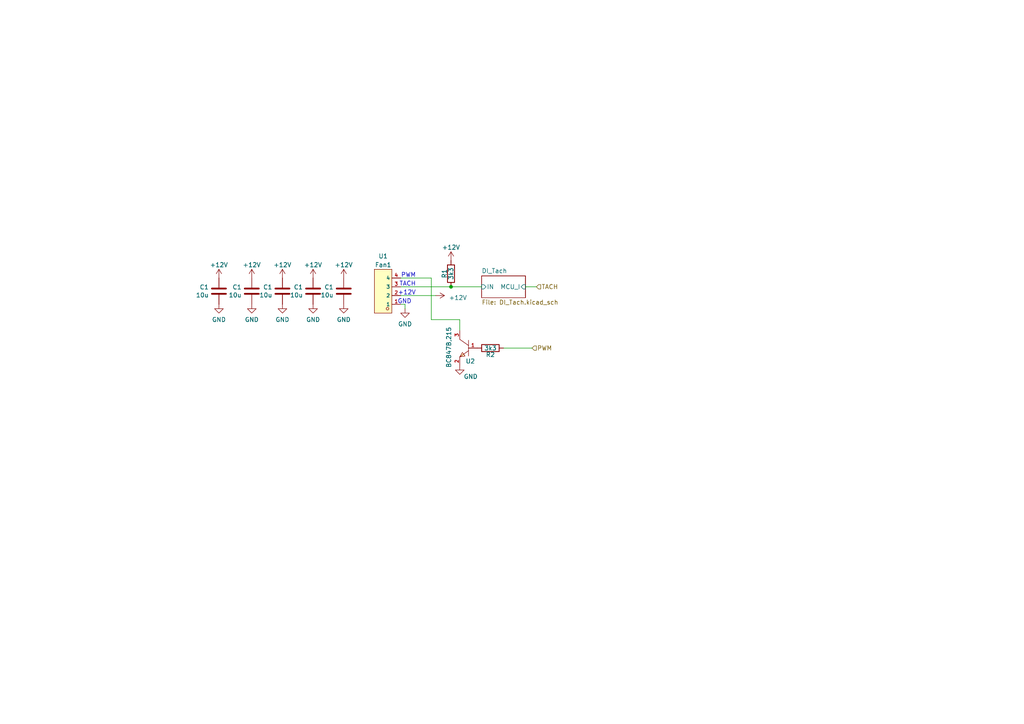
<source format=kicad_sch>
(kicad_sch (version 20230121) (generator eeschema)
  (paper "A4")
  (lib_symbols
    (symbol "3DS:BC847B,215" (pin_names hide)
      (property "Reference" "U" (at 0 1.27 0))
      (property "Value" "BC847B,215" (at 4.445 0 90))
      (symbol "BC847B,215_0_0"
        (polyline (pts (xy -0.635 -0.762) (xy 1.905 -2.54)))
        (polyline (pts (xy -0.635 2.286) (xy -0.635 -2.286)))
        (polyline (pts (xy 1.905 2.54) (xy -0.635 0.762)))
        (polyline (pts (xy 1.905 -2.54) (xy 1.143 -1.27) (xy 0.381 -2.286) (xy 1.905 -2.54)) (fill (type background)))
        (pin input line (at -3.175 0 0) (length 2.54) (name "1") (number "1"))
        (pin input line (at 1.905 -5.08 90) (length 2.54) (name "2") (number "2"))
        (pin input line (at 1.905 5.08 270) (length 2.54) (name "3") (number "3"))
      )
    )
    (symbol "Device:C" (pin_numbers hide) (pin_names (offset 0.254))
      (property "Reference" "C" (at 0.635 2.54 0))
      (property "Value" "C" (at 0.635 -2.54 0))
      (symbol "C_0_1"
        (polyline (pts (xy -2.032 -0.762) (xy 2.032 -0.762)) (stroke (width 0.508)))
        (polyline (pts (xy -2.032 0.762) (xy 2.032 0.762)) (stroke (width 0.508)))
      )
      (symbol "C_1_1"
        (pin passive line (at 0 3.81 270) (length 2.794) (name "~") (number "1"))
        (pin passive line (at 0 -3.81 90) (length 2.794) (name "~") (number "2"))
      )
    )
    (symbol "Device:R" (pin_numbers hide) (pin_names (offset 0))
      (property "Reference" "R" (at 2.032 0 90))
      (property "Value" "R" (at 0 0 90))
      (symbol "R_0_1"
        (rectangle (start -1.016 -2.54) (end 1.016 2.54) (stroke (width 0.254)))
      )
      (symbol "R_1_1"
        (pin passive line (at 0 3.81 270) (length 1.27) (name "~") (number "1"))
        (pin passive line (at 0 -3.81 90) (length 1.27) (name "~") (number "2"))
      )
    )
    (symbol "PwrConsMon:47053-1000"
      (property "Reference" "U" (at 0 10.795 0))
      (property "Value" "47053-1000" (at 0.381 8.128 0))
      (symbol "47053-1000_0_0"
        (rectangle (start -2.54 6.35) (end 2.54 -6.35) (fill (type background)))
        (circle (center -1.27 5.08) (radius 0.381) (fill (type background)))
        (pin unspecified line (at -5.08 3.81 0) (length 2.54) (name "1") (number "1"))
        (pin unspecified line (at -5.08 1.27 0) (length 2.54) (name "2") (number "2"))
        (pin unspecified line (at -5.08 -1.27 0) (length 2.54) (name "3") (number "3"))
        (pin unspecified line (at -5.08 -3.81 0) (length 2.54) (name "4") (number "4"))
      )
    )
    (symbol "power:+12V" (power) (pin_names (offset 0))
      (property "Value" "+12V" (at 0 3.556 0))
      (symbol "+12V_0_1"
        (polyline (pts (xy -0.762 1.27) (xy 0 2.54)))
        (polyline (pts (xy 0 0) (xy 0 2.54)))
        (polyline (pts (xy 0 2.54) (xy 0.762 1.27)))
      )
      (symbol "+12V_1_1"
        (pin power_in line (at 0 0 90) (length 0) hide (name "+12V") (number "1"))
      )
    )
    (symbol "power:GND" (power) (pin_names (offset 0))
      (property "Value" "GND" (at 0 -3.81 0))
      (symbol "GND_0_1"
        (polyline (pts (xy 0 0) (xy 0 -1.27) (xy 1.27 -1.27) (xy 0 -2.54) (xy -1.27 -1.27) (xy 0 -1.27)))
      )
      (symbol "GND_1_1"
        (pin power_in line (at 0 0 270) (length 0) hide (name "GND") (number "1"))
      )
    )
  )
  (junction (at 130.81 83.185))
  (wire (pts (xy 125.095 80.645) (xy 116.205 80.645)))
  (wire (pts (xy 116.205 83.185) (xy 130.81 83.185)))
  (wire (pts (xy 117.475 88.265) (xy 116.205 88.265)))
  (wire (pts (xy 152.4 83.185) (xy 155.575 83.185)))
  (wire (pts (xy 117.475 89.535) (xy 117.475 88.265)))
  (wire (pts (xy 125.095 80.645) (xy 125.095 92.71)))
  (wire (pts (xy 125.095 92.71) (xy 133.35 92.71)))
  (wire (pts (xy 130.81 83.185) (xy 139.7 83.185)))
  (wire (pts (xy 154.305 100.965) (xy 146.05 100.965)))
  (wire (pts (xy 133.35 92.71) (xy 133.35 95.885)))
  (wire (pts (xy 116.205 85.725) (xy 126.365 85.725)))
  (text "GND" (at 119.38 88.265 0) (effects (font (size 1.27 1.27)) (justify right bottom)))
  (text "TACH" (at 120.65 83.185 0) (effects (font (size 1.27 1.27)) (justify right bottom)))
  (text "+12V" (at 120.65 85.725 0) (effects (font (size 1.27 1.27)) (justify right bottom)))
  (text "PWM" (at 120.65 80.645 0) (effects (font (size 1.27 1.27)) (justify right bottom)))
  (hierarchical_label "PWM" (shape input) (at 154.305 100.965 0))
  (hierarchical_label "TACH" (shape input) (at 155.575 83.185 0))
  (symbol (lib_id "power:GND") (at 63.5 88.265 0) (mirror y) (unit 1)
    (property "Reference" "#PWR01" (effects hide))
    (property "Value" "GND" (at 63.5 92.71 0))
    (instances (project "DousFAN" (path "" (reference "#PWR01") (unit 1)) (path "" (reference "#PWR097") (unit 1)) (path "" (reference "#PWR098") (unit 1)) (path "" (reference "#PWR099") (unit 1)) (path "" (reference "#PWR0100") (unit 1)) (path "" (reference "#PWR0101") (unit 1)) (path "" (reference "#PWR0102") (unit 1)) (path "" (reference "#PWR0103") (unit 1)) (path "" (reference "#PWR0105") (unit 1)) (path "" (reference "#PWR0106") (unit 1)) (path "" (reference "#PWR0104") (unit 1))) (project "IO_module_Master" (path "" (reference "#PWR01") (unit 1))))
  )
  (symbol (lib_id "Device:C") (at 73.025 84.455 0) (mirror y) (unit 1)
    (property "Reference" "C1" (at 70.104 83.2866 0) (effects (justify left)))
    (property "Value" "10u" (at 70.104 85.598 0) (effects (justify left)))
    (property "Footprint" "Capacitor_SMD:C_0805_2012Metric" (effects hide))
    (property "LCSC" "C440198" (effects hide))
    (instances (project "DousFAN" (path "" (reference "C1") (unit 1)) (path "" (reference "C12") (unit 1)) (path "" (reference "C13") (unit 1)) (path "" (reference "C14") (unit 1)) (path "" (reference "C15") (unit 1)) (path "" (reference "C16") (unit 1)) (path "" (reference "C17") (unit 1)) (path "" (reference "C18") (unit 1)) (path "" (reference "C19") (unit 1)) (path "" (reference "C20") (unit 1)) (path "" (reference "C21") (unit 1))) (project "ESP_ctrl_board_v3" (path "" (reference "C17") (unit 1))) (project "IO_module_Master" (path "" (reference "C28") (unit 1))))
  )
  (symbol (lib_id "power:+12V") (at 126.365 85.725 270) (unit 1)
    (property "Reference" "#PWR02" (effects hide))
    (property "Value" "+12V" (at 130.175 86.36 90) (effects (justify left)))
    (instances (project "DousFAN" (path "" (reference "#PWR02") (unit 1)) (path "" (reference "#PWR04") (unit 1)) (path "" (reference "#PWR012") (unit 1)) (path "" (reference "#PWR018") (unit 1)) (path "" (reference "#PWR024") (unit 1)) (path "" (reference "#PWR030") (unit 1)) (path "" (reference "#PWR034") (unit 1)) (path "" (reference "#PWR042") (unit 1)) (path "" (reference "#PWR050") (unit 1)) (path "" (reference "#PWR054") (unit 1)) (path "" (reference "#PWR046") (unit 1))) (project "IO_module_Master" (path "" (reference "#PWR0157") (unit 1))))
  )
  (symbol (lib_id "3DS:BC847B,215") (at 135.255 100.965 0) (mirror y) (unit 1)
    (property "Reference" "U2" (at 137.795 104.775 0) (effects (justify left)))
    (property "Value" "BC847B,215" (at 130.175 106.68 90) (effects (justify left)))
    (property "Footprint" "3DS:SOT-23-3_L2.9-W1.6-P1.90-LS2.8-TL" (effects hide))
    (property "Datasheet" "https://cn.bing.com/search?q=datasheet:MRX1518HTA" (effects hide))
    (property "LCSC" "C57668" (effects hide))
    (instances (project "DousFAN" (path "" (reference "U2") (unit 1)) (path "" (reference "U2") (unit 1)) (path "" (reference "U5") (unit 1)) (path "" (reference "U7") (unit 1)) (path "" (reference "U9") (unit 1)) (path "" (reference "U11") (unit 1)) (path "" (reference "U13") (unit 1)) (path "" (reference "U15") (unit 1)) (path "" (reference "U19") (unit 1)) (path "" (reference "U21") (unit 1)) (path "" (reference "U17") (unit 1))) (project "TR_ctrl_board" (path "" (reference "U5") (unit 1))) (project "IO_module_Master" (path "" (reference "U11") (unit 1)) (path "" (reference "U5") (unit 1))))
  )
  (symbol (lib_id "power:GND") (at 73.025 88.265 0) (mirror y) (unit 1)
    (property "Reference" "#PWR01" (effects hide))
    (property "Value" "GND" (at 73.025 92.71 0))
    (instances (project "DousFAN" (path "" (reference "#PWR01") (unit 1)) (path "" (reference "#PWR0107") (unit 1)) (path "" (reference "#PWR0108") (unit 1)) (path "" (reference "#PWR0109") (unit 1)) (path "" (reference "#PWR0110") (unit 1)) (path "" (reference "#PWR0111") (unit 1)) (path "" (reference "#PWR0112") (unit 1)) (path "" (reference "#PWR0113") (unit 1)) (path "" (reference "#PWR0115") (unit 1)) (path "" (reference "#PWR0116") (unit 1)) (path "" (reference "#PWR0114") (unit 1))) (project "IO_module_Master" (path "" (reference "#PWR01") (unit 1))))
  )
  (symbol (lib_id "Device:C") (at 99.695 84.455 0) (mirror y) (unit 1)
    (property "Reference" "C1" (at 96.774 83.2866 0) (effects (justify left)))
    (property "Value" "10u" (at 96.774 85.598 0) (effects (justify left)))
    (property "Footprint" "Capacitor_SMD:C_0805_2012Metric" (effects hide))
    (property "LCSC" "C440198" (effects hide))
    (instances (project "DousFAN" (path "" (reference "C1") (unit 1)) (path "" (reference "C42") (unit 1)) (path "" (reference "C43") (unit 1)) (path "" (reference "C44") (unit 1)) (path "" (reference "C45") (unit 1)) (path "" (reference "C46") (unit 1)) (path "" (reference "C47") (unit 1)) (path "" (reference "C48") (unit 1)) (path "" (reference "C49") (unit 1)) (path "" (reference "C50") (unit 1)) (path "" (reference "C51") (unit 1))) (project "ESP_ctrl_board_v3" (path "" (reference "C17") (unit 1))) (project "IO_module_Master" (path "" (reference "C28") (unit 1))))
  )
  (symbol (lib_id "power:GND") (at 117.475 89.535 0) (mirror y) (unit 1)
    (property "Reference" "#PWR01" (effects hide))
    (property "Value" "GND" (at 117.475 93.98 0))
    (instances (project "DousFAN" (path "" (reference "#PWR01") (unit 1)) (path "" (reference "#PWR03") (unit 1)) (path "" (reference "#PWR011") (unit 1)) (path "" (reference "#PWR017") (unit 1)) (path "" (reference "#PWR023") (unit 1)) (path "" (reference "#PWR029") (unit 1)) (path "" (reference "#PWR033") (unit 1)) (path "" (reference "#PWR041") (unit 1)) (path "" (reference "#PWR049") (unit 1)) (path "" (reference "#PWR053") (unit 1)) (path "" (reference "#PWR045") (unit 1))) (project "IO_module_Master" (path "" (reference "#PWR01") (unit 1))))
  )
  (symbol (lib_id "Device:C") (at 81.915 84.455 0) (mirror y) (unit 1)
    (property "Reference" "C1" (at 78.994 83.2866 0) (effects (justify left)))
    (property "Value" "10u" (at 78.994 85.598 0) (effects (justify left)))
    (property "Footprint" "Capacitor_SMD:C_0805_2012Metric" (effects hide))
    (property "LCSC" "C440198" (effects hide))
    (instances (project "DousFAN" (path "" (reference "C1") (unit 1)) (path "" (reference "C22") (unit 1)) (path "" (reference "C23") (unit 1)) (path "" (reference "C24") (unit 1)) (path "" (reference "C25") (unit 1)) (path "" (reference "C26") (unit 1)) (path "" (reference "C27") (unit 1)) (path "" (reference "C28") (unit 1)) (path "" (reference "C29") (unit 1)) (path "" (reference "C30") (unit 1)) (path "" (reference "C31") (unit 1))) (project "ESP_ctrl_board_v3" (path "" (reference "C17") (unit 1))) (project "IO_module_Master" (path "" (reference "C28") (unit 1))))
  )
  (symbol (lib_id "power:+12V") (at 130.81 75.565 0) (unit 1)
    (property "Reference" "#PWR03" (effects hide))
    (property "Value" "+12V" (at 130.81 71.755 0))
    (instances (project "DousFAN" (path "" (reference "#PWR03") (unit 1)) (path "" (reference "#PWR05") (unit 1)) (path "" (reference "#PWR013") (unit 1)) (path "" (reference "#PWR019") (unit 1)) (path "" (reference "#PWR025") (unit 1)) (path "" (reference "#PWR031") (unit 1)) (path "" (reference "#PWR035") (unit 1)) (path "" (reference "#PWR043") (unit 1)) (path "" (reference "#PWR051") (unit 1)) (path "" (reference "#PWR055") (unit 1)) (path "" (reference "#PWR047") (unit 1))) (project "IO_module_Master" (path "" (reference "#PWR03") (unit 1))))
  )
  (symbol (lib_id "Device:R") (at 130.81 79.375 0) (mirror y) (unit 1)
    (property "Reference" "R1" (at 128.905 79.375 90))
    (property "Value" "3k3" (at 130.81 79.375 90))
    (property "Footprint" "Resistor_SMD:R_0603_1608Metric" (effects hide))
    (property "LCSC" "C22978" (effects hide))
    (instances (project "DousFAN" (path "" (reference "R1") (unit 1)) (path "" (reference "R3") (unit 1)) (path "" (reference "R5") (unit 1)) (path "" (reference "R9") (unit 1)) (path "" (reference "R13") (unit 1)) (path "" (reference "R17") (unit 1)) (path "" (reference "R19") (unit 1)) (path "" (reference "R25") (unit 1)) (path "" (reference "R29") (unit 1)) (path "" (reference "R31") (unit 1)) (path "" (reference "R27") (unit 1))) (project "TR_ctrl_board" (path "" (reference "R21") (unit 1))) (project "IO_module_Master" (path "" (reference "R59") (unit 1)) (path "" (reference "R3") (unit 1))))
  )
  (symbol (lib_id "power:+12V") (at 99.695 80.645 0) (unit 1)
    (property "Reference" "#PWR03" (effects hide))
    (property "Value" "+12V" (at 99.695 76.835 0))
    (instances (project "DousFAN" (path "" (reference "#PWR03") (unit 1)) (path "" (reference "#PWR0177") (unit 1)) (path "" (reference "#PWR0178") (unit 1)) (path "" (reference "#PWR0179") (unit 1)) (path "" (reference "#PWR0180") (unit 1)) (path "" (reference "#PWR0181") (unit 1)) (path "" (reference "#PWR0182") (unit 1)) (path "" (reference "#PWR0183") (unit 1)) (path "" (reference "#PWR0185") (unit 1)) (path "" (reference "#PWR0186") (unit 1)) (path "" (reference "#PWR0184") (unit 1))) (project "IO_module_Master" (path "" (reference "#PWR03") (unit 1))))
  )
  (symbol (lib_id "PwrConsMon:47053-1000") (at 111.125 84.455 180) (unit 1)
    (property "Reference" "U1" (at 111.125 74.295 0))
    (property "Value" "Fan1" (at 111.125 76.835 0))
    (property "Footprint" "PwrConsMon:CONN-TH_47053-1000" (effects hide))
    (property "Datasheet" "https://item.szlcsc.com/239793.html" (effects hide))
    (property "LCSC" "C240840" (effects hide))
    (instances (project "DousFAN" (path "" (reference "U1") (unit 1)) (path "" (reference "U1") (unit 1)) (path "" (reference "U4") (unit 1)) (path "" (reference "U6") (unit 1)) (path "" (reference "U8") (unit 1)) (path "" (reference "U10") (unit 1)) (path "" (reference "U12") (unit 1)) (path "" (reference "U14") (unit 1)) (path "" (reference "U18") (unit 1)) (path "" (reference "U20") (unit 1)) (path "" (reference "U16") (unit 1))) (project "IO_module_Master" (path "" (reference "U12") (unit 1))))
  )
  (symbol (lib_id "power:GND") (at 99.695 88.265 0) (mirror y) (unit 1)
    (property "Reference" "#PWR01" (effects hide))
    (property "Value" "GND" (at 99.695 92.71 0))
    (instances (project "DousFAN" (path "" (reference "#PWR01") (unit 1)) (path "" (reference "#PWR0137") (unit 1)) (path "" (reference "#PWR0138") (unit 1)) (path "" (reference "#PWR0139") (unit 1)) (path "" (reference "#PWR0140") (unit 1)) (path "" (reference "#PWR0141") (unit 1)) (path "" (reference "#PWR0142") (unit 1)) (path "" (reference "#PWR0143") (unit 1)) (path "" (reference "#PWR0145") (unit 1)) (path "" (reference "#PWR0146") (unit 1)) (path "" (reference "#PWR0144") (unit 1))) (project "IO_module_Master" (path "" (reference "#PWR01") (unit 1))))
  )
  (symbol (lib_id "power:GND") (at 133.35 106.045 0) (mirror y) (unit 1)
    (property "Reference" "#PWR04" (effects hide))
    (property "Value" "GND" (at 136.525 109.22 0))
    (instances (project "DousFAN" (path "" (reference "#PWR04") (unit 1)) (path "" (reference "#PWR06") (unit 1)) (path "" (reference "#PWR014") (unit 1)) (path "" (reference "#PWR020") (unit 1)) (path "" (reference "#PWR026") (unit 1)) (path "" (reference "#PWR032") (unit 1)) (path "" (reference "#PWR036") (unit 1)) (path "" (reference "#PWR044") (unit 1)) (path "" (reference "#PWR052") (unit 1)) (path "" (reference "#PWR056") (unit 1)) (path "" (reference "#PWR048") (unit 1))) (project "IO_module_Master" (path "" (reference "#PWR05") (unit 1))))
  )
  (symbol (lib_id "power:GND") (at 81.915 88.265 0) (mirror y) (unit 1)
    (property "Reference" "#PWR01" (effects hide))
    (property "Value" "GND" (at 81.915 92.71 0))
    (instances (project "DousFAN" (path "" (reference "#PWR01") (unit 1)) (path "" (reference "#PWR0117") (unit 1)) (path "" (reference "#PWR0118") (unit 1)) (path "" (reference "#PWR0119") (unit 1)) (path "" (reference "#PWR0120") (unit 1)) (path "" (reference "#PWR0121") (unit 1)) (path "" (reference "#PWR0122") (unit 1)) (path "" (reference "#PWR0123") (unit 1)) (path "" (reference "#PWR0125") (unit 1)) (path "" (reference "#PWR0126") (unit 1)) (path "" (reference "#PWR0124") (unit 1))) (project "IO_module_Master" (path "" (reference "#PWR01") (unit 1))))
  )
  (symbol (lib_id "Device:C") (at 90.805 84.455 0) (mirror y) (unit 1)
    (property "Reference" "C1" (at 87.884 83.2866 0) (effects (justify left)))
    (property "Value" "10u" (at 87.884 85.598 0) (effects (justify left)))
    (property "Footprint" "Capacitor_SMD:C_0805_2012Metric" (effects hide))
    (property "LCSC" "C440198" (effects hide))
    (instances (project "DousFAN" (path "" (reference "C1") (unit 1)) (path "" (reference "C32") (unit 1)) (path "" (reference "C33") (unit 1)) (path "" (reference "C34") (unit 1)) (path "" (reference "C35") (unit 1)) (path "" (reference "C36") (unit 1)) (path "" (reference "C37") (unit 1)) (path "" (reference "C38") (unit 1)) (path "" (reference "C39") (unit 1)) (path "" (reference "C40") (unit 1)) (path "" (reference "C41") (unit 1))) (project "ESP_ctrl_board_v3" (path "" (reference "C17") (unit 1))) (project "IO_module_Master" (path "" (reference "C28") (unit 1))))
  )
  (symbol (lib_id "power:GND") (at 90.805 88.265 0) (mirror y) (unit 1)
    (property "Reference" "#PWR01" (effects hide))
    (property "Value" "GND" (at 90.805 92.71 0))
    (instances (project "DousFAN" (path "" (reference "#PWR01") (unit 1)) (path "" (reference "#PWR0127") (unit 1)) (path "" (reference "#PWR0128") (unit 1)) (path "" (reference "#PWR0129") (unit 1)) (path "" (reference "#PWR0130") (unit 1)) (path "" (reference "#PWR0131") (unit 1)) (path "" (reference "#PWR0132") (unit 1)) (path "" (reference "#PWR0133") (unit 1)) (path "" (reference "#PWR0135") (unit 1)) (path "" (reference "#PWR0136") (unit 1)) (path "" (reference "#PWR0134") (unit 1))) (project "IO_module_Master" (path "" (reference "#PWR01") (unit 1))))
  )
  (symbol (lib_id "Device:R") (at 142.24 100.965 90) (mirror x) (unit 1)
    (property "Reference" "R2" (at 142.24 102.87 90))
    (property "Value" "3k3" (at 142.24 100.965 90))
    (property "Footprint" "Resistor_SMD:R_0603_1608Metric" (effects hide))
    (property "LCSC" "C22978" (effects hide))
    (instances (project "DousFAN" (path "" (reference "R2") (unit 1)) (path "" (reference "R4") (unit 1)) (path "" (reference "R6") (unit 1)) (path "" (reference "R10") (unit 1)) (path "" (reference "R14") (unit 1)) (path "" (reference "R18") (unit 1)) (path "" (reference "R20") (unit 1)) (path "" (reference "R26") (unit 1)) (path "" (reference "R30") (unit 1)) (path "" (reference "R32") (unit 1)) (path "" (reference "R28") (unit 1))) (project "TR_ctrl_board" (path "" (reference "R21") (unit 1))) (project "IO_module_Master" (path "" (reference "R5") (unit 1)) (path "" (reference "R3") (unit 1))))
  )
  (symbol (lib_id "power:+12V") (at 73.025 80.645 0) (unit 1)
    (property "Reference" "#PWR03" (effects hide))
    (property "Value" "+12V" (at 73.025 76.835 0))
    (instances (project "DousFAN" (path "" (reference "#PWR03") (unit 1)) (path "" (reference "#PWR0147") (unit 1)) (path "" (reference "#PWR0148") (unit 1)) (path "" (reference "#PWR0149") (unit 1)) (path "" (reference "#PWR0150") (unit 1)) (path "" (reference "#PWR0151") (unit 1)) (path "" (reference "#PWR0152") (unit 1)) (path "" (reference "#PWR0153") (unit 1)) (path "" (reference "#PWR0155") (unit 1)) (path "" (reference "#PWR0156") (unit 1)) (path "" (reference "#PWR0154") (unit 1))) (project "IO_module_Master" (path "" (reference "#PWR03") (unit 1))))
  )
  (symbol (lib_id "Device:C") (at 63.5 84.455 0) (mirror y) (unit 1)
    (property "Reference" "C1" (at 60.579 83.2866 0) (effects (justify left)))
    (property "Value" "10u" (at 60.579 85.598 0) (effects (justify left)))
    (property "Footprint" "Capacitor_SMD:C_0805_2012Metric" (effects hide))
    (property "LCSC" "C440198" (effects hide))
    (instances (project "DousFAN" (path "" (reference "C1") (unit 1)) (path "" (reference "C2") (unit 1)) (path "" (reference "C3") (unit 1)) (path "" (reference "C4") (unit 1)) (path "" (reference "C5") (unit 1)) (path "" (reference "C6") (unit 1)) (path "" (reference "C7") (unit 1)) (path "" (reference "C8") (unit 1)) (path "" (reference "C9") (unit 1)) (path "" (reference "C10") (unit 1)) (path "" (reference "C11") (unit 1))) (project "ESP_ctrl_board_v3" (path "" (reference "C17") (unit 1))) (project "IO_module_Master" (path "" (reference "C28") (unit 1))))
  )
  (symbol (lib_id "power:+12V") (at 81.915 80.645 0) (unit 1)
    (property "Reference" "#PWR03" (effects hide))
    (property "Value" "+12V" (at 81.915 76.835 0))
    (instances (project "DousFAN" (path "" (reference "#PWR03") (unit 1)) (path "" (reference "#PWR0157") (unit 1)) (path "" (reference "#PWR0158") (unit 1)) (path "" (reference "#PWR0159") (unit 1)) (path "" (reference "#PWR0160") (unit 1)) (path "" (reference "#PWR0161") (unit 1)) (path "" (reference "#PWR0162") (unit 1)) (path "" (reference "#PWR0163") (unit 1)) (path "" (reference "#PWR0165") (unit 1)) (path "" (reference "#PWR0166") (unit 1)) (path "" (reference "#PWR0164") (unit 1))) (project "IO_module_Master" (path "" (reference "#PWR03") (unit 1))))
  )
  (symbol (lib_id "power:+12V") (at 63.5 80.645 0) (unit 1)
    (property "Reference" "#PWR03" (effects hide))
    (property "Value" "+12V" (at 63.5 76.835 0))
    (instances (project "DousFAN" (path "" (reference "#PWR03") (unit 1)) (path "" (reference "#PWR087") (unit 1)) (path "" (reference "#PWR088") (unit 1)) (path "" (reference "#PWR089") (unit 1)) (path "" (reference "#PWR090") (unit 1)) (path "" (reference "#PWR091") (unit 1)) (path "" (reference "#PWR092") (unit 1)) (path "" (reference "#PWR093") (unit 1)) (path "" (reference "#PWR095") (unit 1)) (path "" (reference "#PWR096") (unit 1)) (path "" (reference "#PWR094") (unit 1))) (project "IO_module_Master" (path "" (reference "#PWR03") (unit 1))))
  )
  (symbol (lib_id "power:+12V") (at 90.805 80.645 0) (unit 1)
    (property "Reference" "#PWR03" (effects hide))
    (property "Value" "+12V" (at 90.805 76.835 0))
    (instances (project "DousFAN" (path "" (reference "#PWR03") (unit 1)) (path "" (reference "#PWR0167") (unit 1)) (path "" (reference "#PWR0168") (unit 1)) (path "" (reference "#PWR0169") (unit 1)) (path "" (reference "#PWR0170") (unit 1)) (path "" (reference "#PWR0171") (unit 1)) (path "" (reference "#PWR0172") (unit 1)) (path "" (reference "#PWR0173") (unit 1)) (path "" (reference "#PWR0175") (unit 1)) (path "" (reference "#PWR0176") (unit 1)) (path "" (reference "#PWR0174") (unit 1))) (project "IO_module_Master" (path "" (reference "#PWR03") (unit 1))))
  )
  (sheet (at 139.7 80.01) (size 12.7 6.35) (stroke (width 0.1524))
    (property "Sheetname" "DI_Tach" (at 139.7 79.2984 0) (effects (justify left bottom)))
    (property "Sheetfile" "DI_Tach.kicad_sch" (at 139.7 86.9446 0) (effects (justify left top)))
    (pin "MCU_I" input (at 152.4 83.185 0))
    (pin "IN" input (at 139.7 83.185 180))
  )
)
</source>
